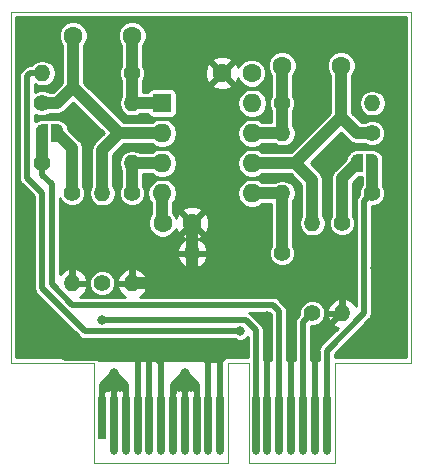
<source format=gbr>
%TF.GenerationSoftware,KiCad,Pcbnew,5.0.2-bee76a0~70~ubuntu16.04.1*%
%TF.CreationDate,2019-06-19T10:20:04+02:00*%
%TF.ProjectId,mixerin_output,6d697865-7269-46e5-9f6f-75747075742e,rev?*%
%TF.SameCoordinates,Original*%
%TF.FileFunction,Copper,L2,Bot*%
%TF.FilePolarity,Positive*%
%FSLAX46Y46*%
G04 Gerber Fmt 4.6, Leading zero omitted, Abs format (unit mm)*
G04 Created by KiCad (PCBNEW 5.0.2-bee76a0~70~ubuntu16.04.1) date Mi 19 Jun 2019 10:20:04 CEST*
%MOMM*%
%LPD*%
G01*
G04 APERTURE LIST*
%ADD10C,0.100000*%
%ADD11R,1.600000X1.600000*%
%ADD12O,1.600000X1.600000*%
%ADD13O,0.650000X0.650000*%
%ADD14R,0.650000X4.600000*%
%ADD15R,0.650000X3.600000*%
%ADD16C,1.400000*%
%ADD17O,1.400000X1.400000*%
%ADD18C,1.600000*%
%ADD19C,0.500000*%
%ADD20C,0.800000*%
%ADD21C,0.500000*%
%ADD22C,1.000000*%
%ADD23C,0.254000*%
G04 APERTURE END LIST*
D10*
X108915200Y-69850000D02*
X116230400Y-69850000D01*
X108915200Y-61350000D02*
X108915200Y-69850000D01*
X107137200Y-61350000D02*
X108915200Y-61350000D01*
X107137200Y-69850000D02*
X107137200Y-61350000D01*
X122682000Y-31623000D02*
X122682000Y-61350000D01*
X88773000Y-31623000D02*
X122682000Y-31623000D01*
X88773000Y-61350000D02*
X88773000Y-31623000D01*
X95808800Y-61350000D02*
X88773000Y-61350000D01*
X95808800Y-69850000D02*
X95808800Y-61350000D01*
X107111800Y-69850000D02*
X95808800Y-69850000D01*
X116230400Y-61350000D02*
X116230400Y-69850000D01*
X122682000Y-61350000D02*
X116230400Y-61350000D01*
D11*
X101600000Y-39370000D03*
D12*
X109220000Y-46990000D03*
X101600000Y-41910000D03*
X109220000Y-44450000D03*
X101600000Y-44450000D03*
X109220000Y-41910000D03*
X101600000Y-46990000D03*
X109220000Y-39370000D03*
D13*
X97520000Y-68840000D03*
X115520000Y-68840000D03*
X114520000Y-68840000D03*
X109520000Y-68840000D03*
X106520000Y-68840000D03*
X113520000Y-68840000D03*
X110520000Y-68840000D03*
X98520000Y-68840000D03*
X112520000Y-68840000D03*
X111520000Y-68840000D03*
X105520000Y-68840000D03*
X104520000Y-68840000D03*
X103520000Y-68840000D03*
X102520000Y-68840000D03*
X101520000Y-68840000D03*
X100520000Y-68840000D03*
X99520000Y-68840000D03*
D14*
X110520000Y-66540000D03*
X109520000Y-66540000D03*
X115520000Y-66540000D03*
X114520000Y-66540000D03*
X113520000Y-66540000D03*
X112520000Y-66540000D03*
X111520000Y-66540000D03*
X106520000Y-66540000D03*
X105520000Y-66540000D03*
X104520000Y-66540000D03*
X103520000Y-66540000D03*
X102520000Y-66540000D03*
X101520000Y-66540000D03*
X100520000Y-66540000D03*
X99520000Y-66540000D03*
X98520000Y-66540000D03*
X97520000Y-66540000D03*
D15*
X96520000Y-66040000D03*
D16*
X96520000Y-54610000D03*
D17*
X96520000Y-46990000D03*
X99060000Y-44450000D03*
D16*
X91440000Y-44450000D03*
D17*
X93980000Y-54610000D03*
D16*
X93980000Y-46990000D03*
X99060000Y-46990000D03*
D17*
X99060000Y-54610000D03*
D16*
X119380000Y-41910000D03*
D17*
X111760000Y-41910000D03*
D16*
X114300000Y-57150000D03*
D17*
X114300000Y-49530000D03*
X111760000Y-46990000D03*
D16*
X119380000Y-46990000D03*
D17*
X116840000Y-57150000D03*
D16*
X116840000Y-49530000D03*
X111760000Y-52070000D03*
D17*
X104140000Y-52070000D03*
D16*
X91440000Y-39370000D03*
D17*
X99060000Y-39370000D03*
D18*
X109180000Y-36830000D03*
X106680000Y-36830000D03*
X101640000Y-49530000D03*
X104140000Y-49530000D03*
X99060000Y-33655000D03*
X94060000Y-33655000D03*
X116760000Y-36195000D03*
X111760000Y-36195000D03*
D17*
X91440000Y-36830000D03*
D16*
X99060000Y-36830000D03*
X111760000Y-39370000D03*
D17*
X119380000Y-39370000D03*
D19*
X92725000Y-41910000D03*
D10*
G36*
X92725000Y-41160602D02*
X92749534Y-41160602D01*
X92798365Y-41165412D01*
X92846490Y-41174984D01*
X92893445Y-41189228D01*
X92938778Y-41208005D01*
X92982051Y-41231136D01*
X93022850Y-41258396D01*
X93060779Y-41289524D01*
X93095476Y-41324221D01*
X93126604Y-41362150D01*
X93153864Y-41402949D01*
X93176995Y-41446222D01*
X93195772Y-41491555D01*
X93210016Y-41538510D01*
X93219588Y-41586635D01*
X93224398Y-41635466D01*
X93224398Y-41660000D01*
X93225000Y-41660000D01*
X93225000Y-42160000D01*
X93224398Y-42160000D01*
X93224398Y-42184534D01*
X93219588Y-42233365D01*
X93210016Y-42281490D01*
X93195772Y-42328445D01*
X93176995Y-42373778D01*
X93153864Y-42417051D01*
X93126604Y-42457850D01*
X93095476Y-42495779D01*
X93060779Y-42530476D01*
X93022850Y-42561604D01*
X92982051Y-42588864D01*
X92938778Y-42611995D01*
X92893445Y-42630772D01*
X92846490Y-42645016D01*
X92798365Y-42654588D01*
X92749534Y-42659398D01*
X92725000Y-42659398D01*
X92725000Y-42660000D01*
X92225000Y-42660000D01*
X92225000Y-41160000D01*
X92725000Y-41160000D01*
X92725000Y-41160602D01*
X92725000Y-41160602D01*
G37*
D19*
X91425000Y-41910000D03*
D10*
G36*
X91925000Y-42660000D02*
X91425000Y-42660000D01*
X91425000Y-42659398D01*
X91400466Y-42659398D01*
X91351635Y-42654588D01*
X91303510Y-42645016D01*
X91256555Y-42630772D01*
X91211222Y-42611995D01*
X91167949Y-42588864D01*
X91127150Y-42561604D01*
X91089221Y-42530476D01*
X91054524Y-42495779D01*
X91023396Y-42457850D01*
X90996136Y-42417051D01*
X90973005Y-42373778D01*
X90954228Y-42328445D01*
X90939984Y-42281490D01*
X90930412Y-42233365D01*
X90925602Y-42184534D01*
X90925602Y-42160000D01*
X90925000Y-42160000D01*
X90925000Y-41660000D01*
X90925602Y-41660000D01*
X90925602Y-41635466D01*
X90930412Y-41586635D01*
X90939984Y-41538510D01*
X90954228Y-41491555D01*
X90973005Y-41446222D01*
X90996136Y-41402949D01*
X91023396Y-41362150D01*
X91054524Y-41324221D01*
X91089221Y-41289524D01*
X91127150Y-41258396D01*
X91167949Y-41231136D01*
X91211222Y-41208005D01*
X91256555Y-41189228D01*
X91303510Y-41174984D01*
X91351635Y-41165412D01*
X91400466Y-41160602D01*
X91425000Y-41160602D01*
X91425000Y-41160000D01*
X91925000Y-41160000D01*
X91925000Y-42660000D01*
X91925000Y-42660000D01*
G37*
D19*
X119395000Y-44450000D03*
D10*
G36*
X118895000Y-43700000D02*
X119395000Y-43700000D01*
X119395000Y-43700602D01*
X119419534Y-43700602D01*
X119468365Y-43705412D01*
X119516490Y-43714984D01*
X119563445Y-43729228D01*
X119608778Y-43748005D01*
X119652051Y-43771136D01*
X119692850Y-43798396D01*
X119730779Y-43829524D01*
X119765476Y-43864221D01*
X119796604Y-43902150D01*
X119823864Y-43942949D01*
X119846995Y-43986222D01*
X119865772Y-44031555D01*
X119880016Y-44078510D01*
X119889588Y-44126635D01*
X119894398Y-44175466D01*
X119894398Y-44200000D01*
X119895000Y-44200000D01*
X119895000Y-44700000D01*
X119894398Y-44700000D01*
X119894398Y-44724534D01*
X119889588Y-44773365D01*
X119880016Y-44821490D01*
X119865772Y-44868445D01*
X119846995Y-44913778D01*
X119823864Y-44957051D01*
X119796604Y-44997850D01*
X119765476Y-45035779D01*
X119730779Y-45070476D01*
X119692850Y-45101604D01*
X119652051Y-45128864D01*
X119608778Y-45151995D01*
X119563445Y-45170772D01*
X119516490Y-45185016D01*
X119468365Y-45194588D01*
X119419534Y-45199398D01*
X119395000Y-45199398D01*
X119395000Y-45200000D01*
X118895000Y-45200000D01*
X118895000Y-43700000D01*
X118895000Y-43700000D01*
G37*
D19*
X118095000Y-44450000D03*
D10*
G36*
X118095000Y-45199398D02*
X118070466Y-45199398D01*
X118021635Y-45194588D01*
X117973510Y-45185016D01*
X117926555Y-45170772D01*
X117881222Y-45151995D01*
X117837949Y-45128864D01*
X117797150Y-45101604D01*
X117759221Y-45070476D01*
X117724524Y-45035779D01*
X117693396Y-44997850D01*
X117666136Y-44957051D01*
X117643005Y-44913778D01*
X117624228Y-44868445D01*
X117609984Y-44821490D01*
X117600412Y-44773365D01*
X117595602Y-44724534D01*
X117595602Y-44700000D01*
X117595000Y-44700000D01*
X117595000Y-44200000D01*
X117595602Y-44200000D01*
X117595602Y-44175466D01*
X117600412Y-44126635D01*
X117609984Y-44078510D01*
X117624228Y-44031555D01*
X117643005Y-43986222D01*
X117666136Y-43942949D01*
X117693396Y-43902150D01*
X117724524Y-43864221D01*
X117759221Y-43829524D01*
X117797150Y-43798396D01*
X117837949Y-43771136D01*
X117881222Y-43748005D01*
X117926555Y-43729228D01*
X117973510Y-43714984D01*
X118021635Y-43705412D01*
X118070466Y-43700602D01*
X118095000Y-43700602D01*
X118095000Y-43700000D01*
X118595000Y-43700000D01*
X118595000Y-45200000D01*
X118095000Y-45200000D01*
X118095000Y-45199398D01*
X118095000Y-45199398D01*
G37*
D20*
X103505000Y-62230000D03*
X105410000Y-54610000D03*
X110490000Y-54610000D03*
X100838000Y-54610000D03*
X100520500Y-60960000D03*
X91440000Y-58928000D03*
X97790000Y-52070000D03*
X110520000Y-57404000D03*
X121530011Y-36830000D03*
X120650000Y-33020000D03*
X107950000Y-33020000D03*
X104140000Y-39370000D03*
X90170000Y-49530000D03*
X93980000Y-49530000D03*
X120121060Y-57117444D03*
X119660051Y-53340000D03*
X105520000Y-61104000D03*
X97520000Y-62230000D03*
X96520000Y-57724000D03*
X108204000Y-58674000D03*
D21*
X103520000Y-62245000D02*
X103505000Y-62230000D01*
X103505000Y-66525000D02*
X103520000Y-66540000D01*
X103505000Y-62230000D02*
X103505000Y-66525000D01*
X102520000Y-63215000D02*
X103505000Y-62230000D01*
X102520000Y-66540000D02*
X102520000Y-63215000D01*
X104520000Y-63245000D02*
X103505000Y-62230000D01*
X104520000Y-66540000D02*
X104520000Y-63245000D01*
D22*
X104100000Y-49530000D02*
X104100000Y-53380000D01*
X104100000Y-53380000D02*
X102870000Y-54610000D01*
X100330000Y-54610000D02*
X99060000Y-54610000D01*
D21*
X93980000Y-54610000D02*
X93980000Y-53340000D01*
X95250000Y-52070000D02*
X97790000Y-52070000D01*
X93980000Y-53340000D02*
X95250000Y-52070000D01*
X99060000Y-53340000D02*
X99060000Y-54610000D01*
X97790000Y-52070000D02*
X99060000Y-53340000D01*
X116840000Y-57150000D02*
X116840000Y-55880000D01*
X116840000Y-55880000D02*
X115570000Y-54610000D01*
D22*
X102870000Y-54610000D02*
X101600000Y-54610000D01*
D21*
X100520000Y-63740000D02*
X100520500Y-63739500D01*
X100520000Y-66540000D02*
X100520000Y-63740000D01*
X100520500Y-63739500D02*
X100520500Y-62293500D01*
D22*
X100330000Y-54610000D02*
X100838000Y-54610000D01*
X101600000Y-54610000D02*
X100838000Y-54610000D01*
D21*
X100520500Y-60960000D02*
X93980000Y-60960000D01*
X104180000Y-53380000D02*
X104100000Y-53380000D01*
D22*
X105410000Y-54610000D02*
X104180000Y-53380000D01*
D21*
X112520000Y-54735000D02*
X112395000Y-54610000D01*
X112520000Y-66540000D02*
X112520000Y-54735000D01*
X112395000Y-54610000D02*
X110490000Y-54610000D01*
X115570000Y-54610000D02*
X112395000Y-54610000D01*
X105520000Y-66540000D02*
X105520000Y-62882000D01*
X90170000Y-50095685D02*
X90170000Y-49530000D01*
X93414315Y-60960000D02*
X90170000Y-57715685D01*
X90170000Y-57715685D02*
X90170000Y-50095685D01*
X93980000Y-60960000D02*
X93414315Y-60960000D01*
X93980000Y-50800000D02*
X95250000Y-52070000D01*
X93980000Y-49530000D02*
X93980000Y-50800000D01*
X114520000Y-59470000D02*
X116840000Y-57150000D01*
X114520000Y-66540000D02*
X114520000Y-59470000D01*
X120121060Y-53801009D02*
X119660051Y-53340000D01*
X120121060Y-57117444D02*
X120121060Y-53801009D01*
X105520000Y-62882000D02*
X105520000Y-61104000D01*
X106316000Y-61104000D02*
X105520000Y-61104000D01*
X106520000Y-61308000D02*
X106316000Y-61104000D01*
X106520000Y-66540000D02*
X106520000Y-61308000D01*
X100520500Y-62293500D02*
X100520500Y-60960000D01*
X101092000Y-60960000D02*
X100520500Y-60960000D01*
X101520000Y-61388000D02*
X101092000Y-60960000D01*
X101520000Y-66540000D02*
X101520000Y-61388000D01*
X99520000Y-61008000D02*
X99568000Y-60960000D01*
X99520000Y-66540000D02*
X99520000Y-61008000D01*
X110520000Y-66540000D02*
X110520000Y-57404000D01*
D22*
X101600000Y-46990000D02*
X101600000Y-49530000D01*
D21*
X97520000Y-62230000D02*
X97520000Y-66540000D01*
X96520000Y-63230000D02*
X97520000Y-62230000D01*
X96520000Y-66040000D02*
X96520000Y-63230000D01*
X98520000Y-63230000D02*
X97520000Y-62230000D01*
X98520000Y-66540000D02*
X98520000Y-63230000D01*
D22*
X101600000Y-44450000D02*
X99060000Y-44450000D01*
X99060000Y-44450000D02*
X99060000Y-46990000D01*
X111760000Y-46990000D02*
X109220000Y-46990000D01*
X111760000Y-46990000D02*
X111760000Y-52070000D01*
X119410000Y-46960000D02*
X119380000Y-46990000D01*
X119410000Y-44450000D02*
X119410000Y-46960000D01*
D21*
X118680001Y-47689999D02*
X119380000Y-46990000D01*
X118680001Y-57160001D02*
X118680001Y-47689999D01*
X115520000Y-60320002D02*
X118680001Y-57160001D01*
X115520000Y-66540000D02*
X115520000Y-60320002D01*
D22*
X91410000Y-44420000D02*
X91440000Y-44450000D01*
X91410000Y-41910000D02*
X91410000Y-44420000D01*
D21*
X92240010Y-46239959D02*
X91440000Y-45439949D01*
X92240010Y-54720012D02*
X92240010Y-46239959D01*
X111520000Y-66540000D02*
X111520000Y-56997998D01*
X93973997Y-56453999D02*
X92240010Y-54720012D01*
X111520000Y-56997998D02*
X110976001Y-56453999D01*
X91440000Y-45439949D02*
X91440000Y-44450000D01*
X110976001Y-56453999D02*
X93973997Y-56453999D01*
X113520000Y-57930000D02*
X113520000Y-66540000D01*
X114300000Y-57150000D02*
X113520000Y-57930000D01*
X96520000Y-57873990D02*
X96520000Y-57724000D01*
X109520000Y-63740000D02*
X109520000Y-66540000D01*
X109520000Y-58583998D02*
X109520000Y-63740000D01*
X108660002Y-57724000D02*
X109520000Y-58583998D01*
X96520000Y-57724000D02*
X108660002Y-57724000D01*
X90450051Y-36830000D02*
X90170000Y-37110051D01*
X90170000Y-37110051D02*
X90170000Y-45720000D01*
X91440000Y-36830000D02*
X90450051Y-36830000D01*
X90170000Y-45720000D02*
X91440000Y-46990000D01*
X91440000Y-55051386D02*
X91440000Y-46990000D01*
X95062614Y-58674000D02*
X91440000Y-55051386D01*
X108204000Y-58674000D02*
X95062614Y-58674000D01*
D22*
X92710000Y-41910000D02*
X93980000Y-43180000D01*
X93980000Y-46990000D02*
X93980000Y-43180000D01*
X118110000Y-44450000D02*
X116840000Y-45720000D01*
X116840000Y-45720000D02*
X116840000Y-49530000D01*
X99060000Y-33655000D02*
X99060000Y-36830000D01*
X99060000Y-36830000D02*
X99060000Y-39370000D01*
X99060000Y-39370000D02*
X101600000Y-39370000D01*
X94060000Y-38020000D02*
X94060000Y-33655000D01*
X92710000Y-39370000D02*
X94060000Y-38020000D01*
X91440000Y-39370000D02*
X92710000Y-39370000D01*
X97950000Y-41910000D02*
X101600000Y-41910000D01*
X94060000Y-38020000D02*
X97950000Y-41910000D01*
X96520000Y-43340000D02*
X97950000Y-41910000D01*
X96520000Y-46990000D02*
X96520000Y-43340000D01*
X116760000Y-40560000D02*
X116760000Y-36195000D01*
X119380000Y-41910000D02*
X118110000Y-41910000D01*
X118110000Y-41910000D02*
X116760000Y-40560000D01*
X109220000Y-44450000D02*
X112870000Y-44450000D01*
X113030000Y-44290000D02*
X116760000Y-40560000D01*
X112870000Y-44450000D02*
X113030000Y-44290000D01*
X114300000Y-45880000D02*
X112870000Y-44450000D01*
X114300000Y-49530000D02*
X114300000Y-45880000D01*
X111760000Y-36195000D02*
X111760000Y-39370000D01*
X111760000Y-39370000D02*
X111760000Y-41910000D01*
X111760000Y-41910000D02*
X109220000Y-41910000D01*
D23*
G36*
X110843001Y-57278421D02*
X110843001Y-61087000D01*
X110197000Y-61087000D01*
X110197000Y-58650674D01*
X110210263Y-58583998D01*
X110195444Y-58509499D01*
X110157720Y-58319846D01*
X110008089Y-58095908D01*
X109951562Y-58058138D01*
X109185866Y-57292443D01*
X109148092Y-57235910D01*
X108991081Y-57130999D01*
X110695580Y-57130999D01*
X110843001Y-57278421D01*
X110843001Y-57278421D01*
G37*
X110843001Y-57278421D02*
X110843001Y-61087000D01*
X110197000Y-61087000D01*
X110197000Y-58650674D01*
X110210263Y-58583998D01*
X110195444Y-58509499D01*
X110157720Y-58319846D01*
X110008089Y-58095908D01*
X109951562Y-58058138D01*
X109185866Y-57292443D01*
X109148092Y-57235910D01*
X108991081Y-57130999D01*
X110695580Y-57130999D01*
X110843001Y-57278421D01*
G36*
X122205001Y-60873000D02*
X116277375Y-60873000D01*
X116230400Y-60863656D01*
X116197000Y-60870300D01*
X116197000Y-60600423D01*
X119111566Y-57685859D01*
X119168090Y-57648091D01*
X119227286Y-57559499D01*
X119278179Y-57483331D01*
X119317721Y-57424153D01*
X119357001Y-57226679D01*
X119357001Y-57226678D01*
X119370264Y-57160002D01*
X119357001Y-57093325D01*
X119357001Y-48117000D01*
X119604174Y-48117000D01*
X120018394Y-47945424D01*
X120335424Y-47628394D01*
X120507000Y-47214174D01*
X120507000Y-46765826D01*
X120337000Y-46355411D01*
X120337000Y-44358698D01*
X120330365Y-44325342D01*
X120330365Y-44200000D01*
X120327957Y-44187894D01*
X120327957Y-44150991D01*
X120319592Y-44066056D01*
X120300470Y-43969923D01*
X120275696Y-43888253D01*
X120238187Y-43797697D01*
X120197954Y-43722426D01*
X120143498Y-43640927D01*
X120089355Y-43574953D01*
X120020047Y-43505645D01*
X119954073Y-43451502D01*
X119872574Y-43397046D01*
X119797303Y-43356813D01*
X119706747Y-43319304D01*
X119625077Y-43294530D01*
X119528944Y-43275408D01*
X119444009Y-43267043D01*
X119407106Y-43267043D01*
X119395000Y-43264635D01*
X118895000Y-43264635D01*
X118745000Y-43294472D01*
X118595000Y-43264635D01*
X118095000Y-43264635D01*
X118082894Y-43267043D01*
X118045991Y-43267043D01*
X117961056Y-43275408D01*
X117864923Y-43294530D01*
X117783253Y-43319304D01*
X117692697Y-43356813D01*
X117617426Y-43397046D01*
X117535927Y-43451502D01*
X117469953Y-43505645D01*
X117400645Y-43574953D01*
X117346502Y-43640927D01*
X117292046Y-43722426D01*
X117251813Y-43797697D01*
X117214304Y-43888253D01*
X117189530Y-43969923D01*
X117170408Y-44066056D01*
X117169036Y-44079988D01*
X116249075Y-44999950D01*
X116171670Y-45051670D01*
X115966785Y-45358304D01*
X115913817Y-45624592D01*
X115894839Y-45720000D01*
X115913000Y-45811300D01*
X115913001Y-48863181D01*
X115884576Y-48891606D01*
X115713000Y-49305826D01*
X115713000Y-49754174D01*
X115884576Y-50168394D01*
X116201606Y-50485424D01*
X116615826Y-50657000D01*
X117064174Y-50657000D01*
X117478394Y-50485424D01*
X117795424Y-50168394D01*
X117967000Y-49754174D01*
X117967000Y-49305826D01*
X117795424Y-48891606D01*
X117767000Y-48863182D01*
X117767000Y-46103975D01*
X118235611Y-45635365D01*
X118483000Y-45635365D01*
X118483001Y-46293181D01*
X118424576Y-46351606D01*
X118253000Y-46765826D01*
X118253000Y-47159579D01*
X118248442Y-47164137D01*
X118191912Y-47201909D01*
X118045144Y-47421563D01*
X118042282Y-47425847D01*
X117989738Y-47689999D01*
X118003002Y-47756680D01*
X118003001Y-56547224D01*
X117906764Y-56347337D01*
X117518396Y-56000203D01*
X117173329Y-55857284D01*
X116967000Y-55980626D01*
X116967000Y-57023000D01*
X116987000Y-57023000D01*
X116987000Y-57277000D01*
X116967000Y-57277000D01*
X116967000Y-57297000D01*
X116713000Y-57297000D01*
X116713000Y-57277000D01*
X115669794Y-57277000D01*
X115547273Y-57483331D01*
X115773236Y-57952663D01*
X116161604Y-58299797D01*
X116459430Y-58423150D01*
X115088441Y-59794140D01*
X115031911Y-59831912D01*
X114882281Y-60055850D01*
X114829737Y-60320002D01*
X114843001Y-60386683D01*
X114843001Y-61087000D01*
X114197000Y-61087000D01*
X114197000Y-58277000D01*
X114524174Y-58277000D01*
X114938394Y-58105424D01*
X115255424Y-57788394D01*
X115427000Y-57374174D01*
X115427000Y-56925826D01*
X115381786Y-56816669D01*
X115547273Y-56816669D01*
X115669794Y-57023000D01*
X116713000Y-57023000D01*
X116713000Y-55980626D01*
X116506671Y-55857284D01*
X116161604Y-56000203D01*
X115773236Y-56347337D01*
X115547273Y-56816669D01*
X115381786Y-56816669D01*
X115255424Y-56511606D01*
X114938394Y-56194576D01*
X114524174Y-56023000D01*
X114075826Y-56023000D01*
X113661606Y-56194576D01*
X113344576Y-56511606D01*
X113173000Y-56925826D01*
X113173000Y-57319579D01*
X113088440Y-57404139D01*
X113031910Y-57441911D01*
X112882280Y-57665849D01*
X112856049Y-57797721D01*
X112829737Y-57930000D01*
X112843000Y-57996677D01*
X112843000Y-61087000D01*
X112197000Y-61087000D01*
X112197000Y-57064674D01*
X112210263Y-56997998D01*
X112187898Y-56885561D01*
X112157720Y-56733846D01*
X112008090Y-56509908D01*
X111951560Y-56472136D01*
X111501865Y-56022442D01*
X111464091Y-55965909D01*
X111240153Y-55816279D01*
X111042679Y-55776999D01*
X111042677Y-55776999D01*
X110976001Y-55763736D01*
X110909325Y-55776999D01*
X99696863Y-55776999D01*
X99738396Y-55759797D01*
X100126764Y-55412663D01*
X100352727Y-54943331D01*
X100230206Y-54737000D01*
X99187000Y-54737000D01*
X99187000Y-54757000D01*
X98933000Y-54757000D01*
X98933000Y-54737000D01*
X97889794Y-54737000D01*
X97767273Y-54943331D01*
X97993236Y-55412663D01*
X98381604Y-55759797D01*
X98423137Y-55776999D01*
X94616863Y-55776999D01*
X94658396Y-55759797D01*
X95046764Y-55412663D01*
X95272727Y-54943331D01*
X95150206Y-54737000D01*
X94107000Y-54737000D01*
X94107000Y-54757000D01*
X93853000Y-54757000D01*
X93853000Y-54737000D01*
X93833000Y-54737000D01*
X93833000Y-54483000D01*
X93853000Y-54483000D01*
X93853000Y-53440626D01*
X94107000Y-53440626D01*
X94107000Y-54483000D01*
X95150206Y-54483000D01*
X95207908Y-54385826D01*
X95393000Y-54385826D01*
X95393000Y-54834174D01*
X95564576Y-55248394D01*
X95881606Y-55565424D01*
X96295826Y-55737000D01*
X96744174Y-55737000D01*
X97158394Y-55565424D01*
X97475424Y-55248394D01*
X97647000Y-54834174D01*
X97647000Y-54385826D01*
X97601786Y-54276669D01*
X97767273Y-54276669D01*
X97889794Y-54483000D01*
X98933000Y-54483000D01*
X98933000Y-53440626D01*
X99187000Y-53440626D01*
X99187000Y-54483000D01*
X100230206Y-54483000D01*
X100352727Y-54276669D01*
X100126764Y-53807337D01*
X99738396Y-53460203D01*
X99393329Y-53317284D01*
X99187000Y-53440626D01*
X98933000Y-53440626D01*
X98726671Y-53317284D01*
X98381604Y-53460203D01*
X97993236Y-53807337D01*
X97767273Y-54276669D01*
X97601786Y-54276669D01*
X97475424Y-53971606D01*
X97158394Y-53654576D01*
X96744174Y-53483000D01*
X96295826Y-53483000D01*
X95881606Y-53654576D01*
X95564576Y-53971606D01*
X95393000Y-54385826D01*
X95207908Y-54385826D01*
X95272727Y-54276669D01*
X95046764Y-53807337D01*
X94658396Y-53460203D01*
X94313329Y-53317284D01*
X94107000Y-53440626D01*
X93853000Y-53440626D01*
X93646671Y-53317284D01*
X93301604Y-53460203D01*
X92917010Y-53803964D01*
X92917010Y-52403329D01*
X102847284Y-52403329D01*
X102990203Y-52748396D01*
X103337337Y-53136764D01*
X103806669Y-53362727D01*
X104013000Y-53240206D01*
X104013000Y-52197000D01*
X104267000Y-52197000D01*
X104267000Y-53240206D01*
X104473331Y-53362727D01*
X104942663Y-53136764D01*
X105289797Y-52748396D01*
X105432716Y-52403329D01*
X105309374Y-52197000D01*
X104267000Y-52197000D01*
X104013000Y-52197000D01*
X102970626Y-52197000D01*
X102847284Y-52403329D01*
X92917010Y-52403329D01*
X92917010Y-51736671D01*
X102847284Y-51736671D01*
X102970626Y-51943000D01*
X104013000Y-51943000D01*
X104013000Y-51923000D01*
X104267000Y-51923000D01*
X104267000Y-51943000D01*
X105309374Y-51943000D01*
X105432716Y-51736671D01*
X105289797Y-51391604D01*
X104942663Y-51003236D01*
X104675236Y-50874481D01*
X104894005Y-50783864D01*
X104968139Y-50537745D01*
X104140000Y-49709605D01*
X103311861Y-50537745D01*
X103385995Y-50783864D01*
X103619015Y-50867620D01*
X103337337Y-51003236D01*
X102990203Y-51391604D01*
X102847284Y-51736671D01*
X92917010Y-51736671D01*
X92917010Y-47368707D01*
X93024576Y-47628394D01*
X93341606Y-47945424D01*
X93755826Y-48117000D01*
X94204174Y-48117000D01*
X94618394Y-47945424D01*
X94935424Y-47628394D01*
X95107000Y-47214174D01*
X95107000Y-46765826D01*
X94935424Y-46351606D01*
X94907000Y-46323182D01*
X94907000Y-43271300D01*
X94925161Y-43179999D01*
X94897452Y-43040696D01*
X94853215Y-42818303D01*
X94829770Y-42783214D01*
X94700048Y-42589072D01*
X94648330Y-42511670D01*
X94570927Y-42459951D01*
X93650964Y-41539989D01*
X93649592Y-41526056D01*
X93630470Y-41429923D01*
X93605696Y-41348253D01*
X93568187Y-41257697D01*
X93527954Y-41182426D01*
X93473498Y-41100927D01*
X93419355Y-41034953D01*
X93350047Y-40965645D01*
X93284073Y-40911502D01*
X93202574Y-40857046D01*
X93127303Y-40816813D01*
X93036747Y-40779304D01*
X92955077Y-40754530D01*
X92858944Y-40735408D01*
X92774009Y-40727043D01*
X92737106Y-40727043D01*
X92725000Y-40724635D01*
X92225000Y-40724635D01*
X92075000Y-40754472D01*
X91925000Y-40724635D01*
X91425000Y-40724635D01*
X91412894Y-40727043D01*
X91375991Y-40727043D01*
X91291056Y-40735408D01*
X91194923Y-40754530D01*
X91113253Y-40779304D01*
X91022697Y-40816813D01*
X90947426Y-40857046D01*
X90865927Y-40911502D01*
X90847000Y-40927035D01*
X90847000Y-40344227D01*
X91215826Y-40497000D01*
X91664174Y-40497000D01*
X92078394Y-40325424D01*
X92106818Y-40297000D01*
X92618700Y-40297000D01*
X92710000Y-40315161D01*
X92801300Y-40297000D01*
X92801302Y-40297000D01*
X93071697Y-40243215D01*
X93378330Y-40038330D01*
X93430050Y-39960925D01*
X94060000Y-39330975D01*
X96639024Y-41910000D01*
X95929073Y-42619952D01*
X95851671Y-42671670D01*
X95799952Y-42749073D01*
X95646786Y-42978303D01*
X95574839Y-43340000D01*
X95593001Y-43431305D01*
X95593000Y-46348807D01*
X95458389Y-46550267D01*
X95370921Y-46990000D01*
X95458389Y-47429733D01*
X95707478Y-47802522D01*
X96080267Y-48051611D01*
X96409001Y-48117000D01*
X96630999Y-48117000D01*
X96959733Y-48051611D01*
X97332522Y-47802522D01*
X97581611Y-47429733D01*
X97669079Y-46990000D01*
X97581611Y-46550267D01*
X97447000Y-46348807D01*
X97447000Y-44450000D01*
X97910921Y-44450000D01*
X97998389Y-44889733D01*
X98133000Y-45091194D01*
X98133001Y-46323181D01*
X98104576Y-46351606D01*
X97933000Y-46765826D01*
X97933000Y-47214174D01*
X98104576Y-47628394D01*
X98421606Y-47945424D01*
X98835826Y-48117000D01*
X99284174Y-48117000D01*
X99698394Y-47945424D01*
X100015424Y-47628394D01*
X100187000Y-47214174D01*
X100187000Y-46990000D01*
X100348962Y-46990000D01*
X100444192Y-47468752D01*
X100673000Y-47811187D01*
X100673001Y-48761760D01*
X100599800Y-48834961D01*
X100413000Y-49285935D01*
X100413000Y-49774065D01*
X100599800Y-50225039D01*
X100944961Y-50570200D01*
X101395935Y-50757000D01*
X101884065Y-50757000D01*
X102335039Y-50570200D01*
X102680200Y-50225039D01*
X102770956Y-50005936D01*
X102886136Y-50284005D01*
X103132255Y-50358139D01*
X103960395Y-49530000D01*
X104319605Y-49530000D01*
X105147745Y-50358139D01*
X105393864Y-50284005D01*
X105586965Y-49746777D01*
X105559778Y-49176546D01*
X105393864Y-48775995D01*
X105147745Y-48701861D01*
X104319605Y-49530000D01*
X103960395Y-49530000D01*
X103132255Y-48701861D01*
X102886136Y-48775995D01*
X102779111Y-49073752D01*
X102680200Y-48834961D01*
X102527000Y-48681761D01*
X102527000Y-48522255D01*
X103311861Y-48522255D01*
X104140000Y-49350395D01*
X104968139Y-48522255D01*
X104894005Y-48276136D01*
X104356777Y-48083035D01*
X103786546Y-48110222D01*
X103385995Y-48276136D01*
X103311861Y-48522255D01*
X102527000Y-48522255D01*
X102527000Y-47811187D01*
X102755808Y-47468752D01*
X102851038Y-46990000D01*
X107968962Y-46990000D01*
X108064192Y-47468752D01*
X108335383Y-47874617D01*
X108741248Y-48145808D01*
X109099153Y-48217000D01*
X109340847Y-48217000D01*
X109698752Y-48145808D01*
X110041187Y-47917000D01*
X110833000Y-47917000D01*
X110833001Y-51403181D01*
X110804576Y-51431606D01*
X110633000Y-51845826D01*
X110633000Y-52294174D01*
X110804576Y-52708394D01*
X111121606Y-53025424D01*
X111535826Y-53197000D01*
X111984174Y-53197000D01*
X112398394Y-53025424D01*
X112715424Y-52708394D01*
X112887000Y-52294174D01*
X112887000Y-51845826D01*
X112715424Y-51431606D01*
X112687000Y-51403182D01*
X112687000Y-47631193D01*
X112821611Y-47429733D01*
X112909079Y-46990000D01*
X112821611Y-46550267D01*
X112572522Y-46177478D01*
X112199733Y-45928389D01*
X111870999Y-45863000D01*
X111649001Y-45863000D01*
X111320267Y-45928389D01*
X111118807Y-46063000D01*
X110041187Y-46063000D01*
X109698752Y-45834192D01*
X109340847Y-45763000D01*
X109099153Y-45763000D01*
X108741248Y-45834192D01*
X108335383Y-46105383D01*
X108064192Y-46511248D01*
X107968962Y-46990000D01*
X102851038Y-46990000D01*
X102755808Y-46511248D01*
X102484617Y-46105383D01*
X102078752Y-45834192D01*
X101720847Y-45763000D01*
X101479153Y-45763000D01*
X101121248Y-45834192D01*
X100715383Y-46105383D01*
X100444192Y-46511248D01*
X100348962Y-46990000D01*
X100187000Y-46990000D01*
X100187000Y-46765826D01*
X100015424Y-46351606D01*
X99987000Y-46323182D01*
X99987000Y-45377000D01*
X100778813Y-45377000D01*
X101121248Y-45605808D01*
X101479153Y-45677000D01*
X101720847Y-45677000D01*
X102078752Y-45605808D01*
X102484617Y-45334617D01*
X102755808Y-44928752D01*
X102851038Y-44450000D01*
X107968962Y-44450000D01*
X108064192Y-44928752D01*
X108335383Y-45334617D01*
X108741248Y-45605808D01*
X109099153Y-45677000D01*
X109340847Y-45677000D01*
X109698752Y-45605808D01*
X110041187Y-45377000D01*
X112486025Y-45377000D01*
X113373001Y-46263977D01*
X113373000Y-48888807D01*
X113238389Y-49090267D01*
X113150921Y-49530000D01*
X113238389Y-49969733D01*
X113487478Y-50342522D01*
X113860267Y-50591611D01*
X114189001Y-50657000D01*
X114410999Y-50657000D01*
X114739733Y-50591611D01*
X115112522Y-50342522D01*
X115361611Y-49969733D01*
X115449079Y-49530000D01*
X115361611Y-49090267D01*
X115227000Y-48888807D01*
X115227000Y-45971300D01*
X115245161Y-45879999D01*
X115213335Y-45720000D01*
X115173215Y-45518303D01*
X115165414Y-45506627D01*
X115090396Y-45394355D01*
X114968330Y-45211670D01*
X114890927Y-45159951D01*
X114180975Y-44450000D01*
X116760000Y-41870976D01*
X117389951Y-42500927D01*
X117441670Y-42578330D01*
X117519072Y-42630048D01*
X117748301Y-42783214D01*
X117748302Y-42783214D01*
X117748303Y-42783215D01*
X118018698Y-42837000D01*
X118109999Y-42855161D01*
X118201300Y-42837000D01*
X118713182Y-42837000D01*
X118741606Y-42865424D01*
X119155826Y-43037000D01*
X119604174Y-43037000D01*
X120018394Y-42865424D01*
X120335424Y-42548394D01*
X120507000Y-42134174D01*
X120507000Y-41685826D01*
X120335424Y-41271606D01*
X120018394Y-40954576D01*
X119604174Y-40783000D01*
X119155826Y-40783000D01*
X118741606Y-40954576D01*
X118713182Y-40983000D01*
X118493976Y-40983000D01*
X117687000Y-40176025D01*
X117687000Y-39370000D01*
X118230921Y-39370000D01*
X118318389Y-39809733D01*
X118567478Y-40182522D01*
X118940267Y-40431611D01*
X119269001Y-40497000D01*
X119490999Y-40497000D01*
X119819733Y-40431611D01*
X120192522Y-40182522D01*
X120441611Y-39809733D01*
X120529079Y-39370000D01*
X120441611Y-38930267D01*
X120192522Y-38557478D01*
X119819733Y-38308389D01*
X119490999Y-38243000D01*
X119269001Y-38243000D01*
X118940267Y-38308389D01*
X118567478Y-38557478D01*
X118318389Y-38930267D01*
X118230921Y-39370000D01*
X117687000Y-39370000D01*
X117687000Y-37003239D01*
X117800200Y-36890039D01*
X117987000Y-36439065D01*
X117987000Y-35950935D01*
X117800200Y-35499961D01*
X117455039Y-35154800D01*
X117004065Y-34968000D01*
X116515935Y-34968000D01*
X116064961Y-35154800D01*
X115719800Y-35499961D01*
X115533000Y-35950935D01*
X115533000Y-36439065D01*
X115719800Y-36890039D01*
X115833001Y-37003240D01*
X115833000Y-40176024D01*
X112486025Y-43523000D01*
X110041187Y-43523000D01*
X109698752Y-43294192D01*
X109340847Y-43223000D01*
X109099153Y-43223000D01*
X108741248Y-43294192D01*
X108335383Y-43565383D01*
X108064192Y-43971248D01*
X107968962Y-44450000D01*
X102851038Y-44450000D01*
X102755808Y-43971248D01*
X102484617Y-43565383D01*
X102078752Y-43294192D01*
X101720847Y-43223000D01*
X101479153Y-43223000D01*
X101121248Y-43294192D01*
X100778813Y-43523000D01*
X99701193Y-43523000D01*
X99499733Y-43388389D01*
X99170999Y-43323000D01*
X98949001Y-43323000D01*
X98620267Y-43388389D01*
X98247478Y-43637478D01*
X97998389Y-44010267D01*
X97910921Y-44450000D01*
X97447000Y-44450000D01*
X97447000Y-43723975D01*
X98333976Y-42837000D01*
X100778813Y-42837000D01*
X101121248Y-43065808D01*
X101479153Y-43137000D01*
X101720847Y-43137000D01*
X102078752Y-43065808D01*
X102484617Y-42794617D01*
X102755808Y-42388752D01*
X102851038Y-41910000D01*
X107968962Y-41910000D01*
X108064192Y-42388752D01*
X108335383Y-42794617D01*
X108741248Y-43065808D01*
X109099153Y-43137000D01*
X109340847Y-43137000D01*
X109698752Y-43065808D01*
X110041187Y-42837000D01*
X111118807Y-42837000D01*
X111320267Y-42971611D01*
X111649001Y-43037000D01*
X111870999Y-43037000D01*
X112199733Y-42971611D01*
X112572522Y-42722522D01*
X112821611Y-42349733D01*
X112909079Y-41910000D01*
X112821611Y-41470267D01*
X112687000Y-41268807D01*
X112687000Y-40036818D01*
X112715424Y-40008394D01*
X112887000Y-39594174D01*
X112887000Y-39145826D01*
X112715424Y-38731606D01*
X112687000Y-38703182D01*
X112687000Y-37003239D01*
X112800200Y-36890039D01*
X112987000Y-36439065D01*
X112987000Y-35950935D01*
X112800200Y-35499961D01*
X112455039Y-35154800D01*
X112004065Y-34968000D01*
X111515935Y-34968000D01*
X111064961Y-35154800D01*
X110719800Y-35499961D01*
X110533000Y-35950935D01*
X110533000Y-36439065D01*
X110719800Y-36890039D01*
X110833000Y-37003239D01*
X110833001Y-38703181D01*
X110804576Y-38731606D01*
X110633000Y-39145826D01*
X110633000Y-39594174D01*
X110804576Y-40008394D01*
X110833000Y-40036818D01*
X110833001Y-40983000D01*
X110041187Y-40983000D01*
X109698752Y-40754192D01*
X109340847Y-40683000D01*
X109099153Y-40683000D01*
X108741248Y-40754192D01*
X108335383Y-41025383D01*
X108064192Y-41431248D01*
X107968962Y-41910000D01*
X102851038Y-41910000D01*
X102755808Y-41431248D01*
X102484617Y-41025383D01*
X102078752Y-40754192D01*
X101720847Y-40683000D01*
X101479153Y-40683000D01*
X101121248Y-40754192D01*
X100778813Y-40983000D01*
X98333976Y-40983000D01*
X94987000Y-37636025D01*
X94987000Y-34463239D01*
X95100200Y-34350039D01*
X95287000Y-33899065D01*
X95287000Y-33410935D01*
X97833000Y-33410935D01*
X97833000Y-33899065D01*
X98019800Y-34350039D01*
X98133000Y-34463239D01*
X98133001Y-36163181D01*
X98104576Y-36191606D01*
X97933000Y-36605826D01*
X97933000Y-37054174D01*
X98104576Y-37468394D01*
X98133000Y-37496818D01*
X98133001Y-38728806D01*
X97998389Y-38930267D01*
X97910921Y-39370000D01*
X97998389Y-39809733D01*
X98247478Y-40182522D01*
X98620267Y-40431611D01*
X98949001Y-40497000D01*
X99170999Y-40497000D01*
X99499733Y-40431611D01*
X99701193Y-40297000D01*
X100389897Y-40297000D01*
X100397775Y-40336607D01*
X100492150Y-40477850D01*
X100633393Y-40572225D01*
X100800000Y-40605365D01*
X102400000Y-40605365D01*
X102566607Y-40572225D01*
X102707850Y-40477850D01*
X102802225Y-40336607D01*
X102835365Y-40170000D01*
X102835365Y-39370000D01*
X107968962Y-39370000D01*
X108064192Y-39848752D01*
X108335383Y-40254617D01*
X108741248Y-40525808D01*
X109099153Y-40597000D01*
X109340847Y-40597000D01*
X109698752Y-40525808D01*
X110104617Y-40254617D01*
X110375808Y-39848752D01*
X110471038Y-39370000D01*
X110375808Y-38891248D01*
X110104617Y-38485383D01*
X109698752Y-38214192D01*
X109340847Y-38143000D01*
X109099153Y-38143000D01*
X108741248Y-38214192D01*
X108335383Y-38485383D01*
X108064192Y-38891248D01*
X107968962Y-39370000D01*
X102835365Y-39370000D01*
X102835365Y-38570000D01*
X102802225Y-38403393D01*
X102707850Y-38262150D01*
X102566607Y-38167775D01*
X102400000Y-38134635D01*
X100800000Y-38134635D01*
X100633393Y-38167775D01*
X100492150Y-38262150D01*
X100397775Y-38403393D01*
X100389897Y-38443000D01*
X99987000Y-38443000D01*
X99987000Y-37837745D01*
X105851861Y-37837745D01*
X105925995Y-38083864D01*
X106463223Y-38276965D01*
X107033454Y-38249778D01*
X107434005Y-38083864D01*
X107508139Y-37837745D01*
X106680000Y-37009605D01*
X105851861Y-37837745D01*
X99987000Y-37837745D01*
X99987000Y-37496818D01*
X100015424Y-37468394D01*
X100187000Y-37054174D01*
X100187000Y-36613223D01*
X105233035Y-36613223D01*
X105260222Y-37183454D01*
X105426136Y-37584005D01*
X105672255Y-37658139D01*
X106500395Y-36830000D01*
X106859605Y-36830000D01*
X107687745Y-37658139D01*
X107933864Y-37584005D01*
X108040889Y-37286248D01*
X108139800Y-37525039D01*
X108484961Y-37870200D01*
X108935935Y-38057000D01*
X109424065Y-38057000D01*
X109875039Y-37870200D01*
X110220200Y-37525039D01*
X110407000Y-37074065D01*
X110407000Y-36585935D01*
X110220200Y-36134961D01*
X109875039Y-35789800D01*
X109424065Y-35603000D01*
X108935935Y-35603000D01*
X108484961Y-35789800D01*
X108139800Y-36134961D01*
X108049044Y-36354064D01*
X107933864Y-36075995D01*
X107687745Y-36001861D01*
X106859605Y-36830000D01*
X106500395Y-36830000D01*
X105672255Y-36001861D01*
X105426136Y-36075995D01*
X105233035Y-36613223D01*
X100187000Y-36613223D01*
X100187000Y-36605826D01*
X100015424Y-36191606D01*
X99987000Y-36163182D01*
X99987000Y-35822255D01*
X105851861Y-35822255D01*
X106680000Y-36650395D01*
X107508139Y-35822255D01*
X107434005Y-35576136D01*
X106896777Y-35383035D01*
X106326546Y-35410222D01*
X105925995Y-35576136D01*
X105851861Y-35822255D01*
X99987000Y-35822255D01*
X99987000Y-34463239D01*
X100100200Y-34350039D01*
X100287000Y-33899065D01*
X100287000Y-33410935D01*
X100100200Y-32959961D01*
X99755039Y-32614800D01*
X99304065Y-32428000D01*
X98815935Y-32428000D01*
X98364961Y-32614800D01*
X98019800Y-32959961D01*
X97833000Y-33410935D01*
X95287000Y-33410935D01*
X95100200Y-32959961D01*
X94755039Y-32614800D01*
X94304065Y-32428000D01*
X93815935Y-32428000D01*
X93364961Y-32614800D01*
X93019800Y-32959961D01*
X92833000Y-33410935D01*
X92833000Y-33899065D01*
X93019800Y-34350039D01*
X93133001Y-34463240D01*
X93133000Y-37636024D01*
X92326025Y-38443000D01*
X92106818Y-38443000D01*
X92078394Y-38414576D01*
X91664174Y-38243000D01*
X91215826Y-38243000D01*
X90847000Y-38395773D01*
X90847000Y-37789202D01*
X91000267Y-37891611D01*
X91329001Y-37957000D01*
X91550999Y-37957000D01*
X91879733Y-37891611D01*
X92252522Y-37642522D01*
X92501611Y-37269733D01*
X92589079Y-36830000D01*
X92501611Y-36390267D01*
X92252522Y-36017478D01*
X91879733Y-35768389D01*
X91550999Y-35703000D01*
X91329001Y-35703000D01*
X91000267Y-35768389D01*
X90627478Y-36017478D01*
X90536925Y-36153000D01*
X90516727Y-36153000D01*
X90450051Y-36139737D01*
X90383374Y-36153000D01*
X90383373Y-36153000D01*
X90185899Y-36192280D01*
X89961961Y-36341910D01*
X89924187Y-36398443D01*
X89738441Y-36584189D01*
X89681910Y-36621962D01*
X89532280Y-36845900D01*
X89517282Y-36921302D01*
X89479737Y-37110051D01*
X89493000Y-37176728D01*
X89493001Y-45653319D01*
X89479737Y-45720000D01*
X89521119Y-45928038D01*
X89532281Y-45984152D01*
X89681911Y-46208090D01*
X89738441Y-46245862D01*
X90763001Y-47270423D01*
X90763000Y-54984709D01*
X90749737Y-55051386D01*
X90763000Y-55118062D01*
X90763000Y-55118063D01*
X90802280Y-55315537D01*
X90951910Y-55539475D01*
X91008441Y-55577248D01*
X94536752Y-59105560D01*
X94574524Y-59162090D01*
X94798462Y-59311720D01*
X94995936Y-59351000D01*
X94995937Y-59351000D01*
X95062614Y-59364263D01*
X95129290Y-59351000D01*
X107711445Y-59351000D01*
X107735542Y-59375097D01*
X108039499Y-59501000D01*
X108368501Y-59501000D01*
X108672458Y-59375097D01*
X108843000Y-59204555D01*
X108843000Y-60873000D01*
X107184175Y-60873000D01*
X107137200Y-60863656D01*
X107090225Y-60873000D01*
X106951084Y-60900677D01*
X106793303Y-61006103D01*
X106739249Y-61087000D01*
X96206751Y-61087000D01*
X96152697Y-61006103D01*
X95994916Y-60900677D01*
X95855775Y-60873000D01*
X95808800Y-60863656D01*
X95761825Y-60873000D01*
X89250000Y-60873000D01*
X89250000Y-32100000D01*
X122205000Y-32100000D01*
X122205001Y-60873000D01*
X122205001Y-60873000D01*
G37*
X122205001Y-60873000D02*
X116277375Y-60873000D01*
X116230400Y-60863656D01*
X116197000Y-60870300D01*
X116197000Y-60600423D01*
X119111566Y-57685859D01*
X119168090Y-57648091D01*
X119227286Y-57559499D01*
X119278179Y-57483331D01*
X119317721Y-57424153D01*
X119357001Y-57226679D01*
X119357001Y-57226678D01*
X119370264Y-57160002D01*
X119357001Y-57093325D01*
X119357001Y-48117000D01*
X119604174Y-48117000D01*
X120018394Y-47945424D01*
X120335424Y-47628394D01*
X120507000Y-47214174D01*
X120507000Y-46765826D01*
X120337000Y-46355411D01*
X120337000Y-44358698D01*
X120330365Y-44325342D01*
X120330365Y-44200000D01*
X120327957Y-44187894D01*
X120327957Y-44150991D01*
X120319592Y-44066056D01*
X120300470Y-43969923D01*
X120275696Y-43888253D01*
X120238187Y-43797697D01*
X120197954Y-43722426D01*
X120143498Y-43640927D01*
X120089355Y-43574953D01*
X120020047Y-43505645D01*
X119954073Y-43451502D01*
X119872574Y-43397046D01*
X119797303Y-43356813D01*
X119706747Y-43319304D01*
X119625077Y-43294530D01*
X119528944Y-43275408D01*
X119444009Y-43267043D01*
X119407106Y-43267043D01*
X119395000Y-43264635D01*
X118895000Y-43264635D01*
X118745000Y-43294472D01*
X118595000Y-43264635D01*
X118095000Y-43264635D01*
X118082894Y-43267043D01*
X118045991Y-43267043D01*
X117961056Y-43275408D01*
X117864923Y-43294530D01*
X117783253Y-43319304D01*
X117692697Y-43356813D01*
X117617426Y-43397046D01*
X117535927Y-43451502D01*
X117469953Y-43505645D01*
X117400645Y-43574953D01*
X117346502Y-43640927D01*
X117292046Y-43722426D01*
X117251813Y-43797697D01*
X117214304Y-43888253D01*
X117189530Y-43969923D01*
X117170408Y-44066056D01*
X117169036Y-44079988D01*
X116249075Y-44999950D01*
X116171670Y-45051670D01*
X115966785Y-45358304D01*
X115913817Y-45624592D01*
X115894839Y-45720000D01*
X115913000Y-45811300D01*
X115913001Y-48863181D01*
X115884576Y-48891606D01*
X115713000Y-49305826D01*
X115713000Y-49754174D01*
X115884576Y-50168394D01*
X116201606Y-50485424D01*
X116615826Y-50657000D01*
X117064174Y-50657000D01*
X117478394Y-50485424D01*
X117795424Y-50168394D01*
X117967000Y-49754174D01*
X117967000Y-49305826D01*
X117795424Y-48891606D01*
X117767000Y-48863182D01*
X117767000Y-46103975D01*
X118235611Y-45635365D01*
X118483000Y-45635365D01*
X118483001Y-46293181D01*
X118424576Y-46351606D01*
X118253000Y-46765826D01*
X118253000Y-47159579D01*
X118248442Y-47164137D01*
X118191912Y-47201909D01*
X118045144Y-47421563D01*
X118042282Y-47425847D01*
X117989738Y-47689999D01*
X118003002Y-47756680D01*
X118003001Y-56547224D01*
X117906764Y-56347337D01*
X117518396Y-56000203D01*
X117173329Y-55857284D01*
X116967000Y-55980626D01*
X116967000Y-57023000D01*
X116987000Y-57023000D01*
X116987000Y-57277000D01*
X116967000Y-57277000D01*
X116967000Y-57297000D01*
X116713000Y-57297000D01*
X116713000Y-57277000D01*
X115669794Y-57277000D01*
X115547273Y-57483331D01*
X115773236Y-57952663D01*
X116161604Y-58299797D01*
X116459430Y-58423150D01*
X115088441Y-59794140D01*
X115031911Y-59831912D01*
X114882281Y-60055850D01*
X114829737Y-60320002D01*
X114843001Y-60386683D01*
X114843001Y-61087000D01*
X114197000Y-61087000D01*
X114197000Y-58277000D01*
X114524174Y-58277000D01*
X114938394Y-58105424D01*
X115255424Y-57788394D01*
X115427000Y-57374174D01*
X115427000Y-56925826D01*
X115381786Y-56816669D01*
X115547273Y-56816669D01*
X115669794Y-57023000D01*
X116713000Y-57023000D01*
X116713000Y-55980626D01*
X116506671Y-55857284D01*
X116161604Y-56000203D01*
X115773236Y-56347337D01*
X115547273Y-56816669D01*
X115381786Y-56816669D01*
X115255424Y-56511606D01*
X114938394Y-56194576D01*
X114524174Y-56023000D01*
X114075826Y-56023000D01*
X113661606Y-56194576D01*
X113344576Y-56511606D01*
X113173000Y-56925826D01*
X113173000Y-57319579D01*
X113088440Y-57404139D01*
X113031910Y-57441911D01*
X112882280Y-57665849D01*
X112856049Y-57797721D01*
X112829737Y-57930000D01*
X112843000Y-57996677D01*
X112843000Y-61087000D01*
X112197000Y-61087000D01*
X112197000Y-57064674D01*
X112210263Y-56997998D01*
X112187898Y-56885561D01*
X112157720Y-56733846D01*
X112008090Y-56509908D01*
X111951560Y-56472136D01*
X111501865Y-56022442D01*
X111464091Y-55965909D01*
X111240153Y-55816279D01*
X111042679Y-55776999D01*
X111042677Y-55776999D01*
X110976001Y-55763736D01*
X110909325Y-55776999D01*
X99696863Y-55776999D01*
X99738396Y-55759797D01*
X100126764Y-55412663D01*
X100352727Y-54943331D01*
X100230206Y-54737000D01*
X99187000Y-54737000D01*
X99187000Y-54757000D01*
X98933000Y-54757000D01*
X98933000Y-54737000D01*
X97889794Y-54737000D01*
X97767273Y-54943331D01*
X97993236Y-55412663D01*
X98381604Y-55759797D01*
X98423137Y-55776999D01*
X94616863Y-55776999D01*
X94658396Y-55759797D01*
X95046764Y-55412663D01*
X95272727Y-54943331D01*
X95150206Y-54737000D01*
X94107000Y-54737000D01*
X94107000Y-54757000D01*
X93853000Y-54757000D01*
X93853000Y-54737000D01*
X93833000Y-54737000D01*
X93833000Y-54483000D01*
X93853000Y-54483000D01*
X93853000Y-53440626D01*
X94107000Y-53440626D01*
X94107000Y-54483000D01*
X95150206Y-54483000D01*
X95207908Y-54385826D01*
X95393000Y-54385826D01*
X95393000Y-54834174D01*
X95564576Y-55248394D01*
X95881606Y-55565424D01*
X96295826Y-55737000D01*
X96744174Y-55737000D01*
X97158394Y-55565424D01*
X97475424Y-55248394D01*
X97647000Y-54834174D01*
X97647000Y-54385826D01*
X97601786Y-54276669D01*
X97767273Y-54276669D01*
X97889794Y-54483000D01*
X98933000Y-54483000D01*
X98933000Y-53440626D01*
X99187000Y-53440626D01*
X99187000Y-54483000D01*
X100230206Y-54483000D01*
X100352727Y-54276669D01*
X100126764Y-53807337D01*
X99738396Y-53460203D01*
X99393329Y-53317284D01*
X99187000Y-53440626D01*
X98933000Y-53440626D01*
X98726671Y-53317284D01*
X98381604Y-53460203D01*
X97993236Y-53807337D01*
X97767273Y-54276669D01*
X97601786Y-54276669D01*
X97475424Y-53971606D01*
X97158394Y-53654576D01*
X96744174Y-53483000D01*
X96295826Y-53483000D01*
X95881606Y-53654576D01*
X95564576Y-53971606D01*
X95393000Y-54385826D01*
X95207908Y-54385826D01*
X95272727Y-54276669D01*
X95046764Y-53807337D01*
X94658396Y-53460203D01*
X94313329Y-53317284D01*
X94107000Y-53440626D01*
X93853000Y-53440626D01*
X93646671Y-53317284D01*
X93301604Y-53460203D01*
X92917010Y-53803964D01*
X92917010Y-52403329D01*
X102847284Y-52403329D01*
X102990203Y-52748396D01*
X103337337Y-53136764D01*
X103806669Y-53362727D01*
X104013000Y-53240206D01*
X104013000Y-52197000D01*
X104267000Y-52197000D01*
X104267000Y-53240206D01*
X104473331Y-53362727D01*
X104942663Y-53136764D01*
X105289797Y-52748396D01*
X105432716Y-52403329D01*
X105309374Y-52197000D01*
X104267000Y-52197000D01*
X104013000Y-52197000D01*
X102970626Y-52197000D01*
X102847284Y-52403329D01*
X92917010Y-52403329D01*
X92917010Y-51736671D01*
X102847284Y-51736671D01*
X102970626Y-51943000D01*
X104013000Y-51943000D01*
X104013000Y-51923000D01*
X104267000Y-51923000D01*
X104267000Y-51943000D01*
X105309374Y-51943000D01*
X105432716Y-51736671D01*
X105289797Y-51391604D01*
X104942663Y-51003236D01*
X104675236Y-50874481D01*
X104894005Y-50783864D01*
X104968139Y-50537745D01*
X104140000Y-49709605D01*
X103311861Y-50537745D01*
X103385995Y-50783864D01*
X103619015Y-50867620D01*
X103337337Y-51003236D01*
X102990203Y-51391604D01*
X102847284Y-51736671D01*
X92917010Y-51736671D01*
X92917010Y-47368707D01*
X93024576Y-47628394D01*
X93341606Y-47945424D01*
X93755826Y-48117000D01*
X94204174Y-48117000D01*
X94618394Y-47945424D01*
X94935424Y-47628394D01*
X95107000Y-47214174D01*
X95107000Y-46765826D01*
X94935424Y-46351606D01*
X94907000Y-46323182D01*
X94907000Y-43271300D01*
X94925161Y-43179999D01*
X94897452Y-43040696D01*
X94853215Y-42818303D01*
X94829770Y-42783214D01*
X94700048Y-42589072D01*
X94648330Y-42511670D01*
X94570927Y-42459951D01*
X93650964Y-41539989D01*
X93649592Y-41526056D01*
X93630470Y-41429923D01*
X93605696Y-41348253D01*
X93568187Y-41257697D01*
X93527954Y-41182426D01*
X93473498Y-41100927D01*
X93419355Y-41034953D01*
X93350047Y-40965645D01*
X93284073Y-40911502D01*
X93202574Y-40857046D01*
X93127303Y-40816813D01*
X93036747Y-40779304D01*
X92955077Y-40754530D01*
X92858944Y-40735408D01*
X92774009Y-40727043D01*
X92737106Y-40727043D01*
X92725000Y-40724635D01*
X92225000Y-40724635D01*
X92075000Y-40754472D01*
X91925000Y-40724635D01*
X91425000Y-40724635D01*
X91412894Y-40727043D01*
X91375991Y-40727043D01*
X91291056Y-40735408D01*
X91194923Y-40754530D01*
X91113253Y-40779304D01*
X91022697Y-40816813D01*
X90947426Y-40857046D01*
X90865927Y-40911502D01*
X90847000Y-40927035D01*
X90847000Y-40344227D01*
X91215826Y-40497000D01*
X91664174Y-40497000D01*
X92078394Y-40325424D01*
X92106818Y-40297000D01*
X92618700Y-40297000D01*
X92710000Y-40315161D01*
X92801300Y-40297000D01*
X92801302Y-40297000D01*
X93071697Y-40243215D01*
X93378330Y-40038330D01*
X93430050Y-39960925D01*
X94060000Y-39330975D01*
X96639024Y-41910000D01*
X95929073Y-42619952D01*
X95851671Y-42671670D01*
X95799952Y-42749073D01*
X95646786Y-42978303D01*
X95574839Y-43340000D01*
X95593001Y-43431305D01*
X95593000Y-46348807D01*
X95458389Y-46550267D01*
X95370921Y-46990000D01*
X95458389Y-47429733D01*
X95707478Y-47802522D01*
X96080267Y-48051611D01*
X96409001Y-48117000D01*
X96630999Y-48117000D01*
X96959733Y-48051611D01*
X97332522Y-47802522D01*
X97581611Y-47429733D01*
X97669079Y-46990000D01*
X97581611Y-46550267D01*
X97447000Y-46348807D01*
X97447000Y-44450000D01*
X97910921Y-44450000D01*
X97998389Y-44889733D01*
X98133000Y-45091194D01*
X98133001Y-46323181D01*
X98104576Y-46351606D01*
X97933000Y-46765826D01*
X97933000Y-47214174D01*
X98104576Y-47628394D01*
X98421606Y-47945424D01*
X98835826Y-48117000D01*
X99284174Y-48117000D01*
X99698394Y-47945424D01*
X100015424Y-47628394D01*
X100187000Y-47214174D01*
X100187000Y-46990000D01*
X100348962Y-46990000D01*
X100444192Y-47468752D01*
X100673000Y-47811187D01*
X100673001Y-48761760D01*
X100599800Y-48834961D01*
X100413000Y-49285935D01*
X100413000Y-49774065D01*
X100599800Y-50225039D01*
X100944961Y-50570200D01*
X101395935Y-50757000D01*
X101884065Y-50757000D01*
X102335039Y-50570200D01*
X102680200Y-50225039D01*
X102770956Y-50005936D01*
X102886136Y-50284005D01*
X103132255Y-50358139D01*
X103960395Y-49530000D01*
X104319605Y-49530000D01*
X105147745Y-50358139D01*
X105393864Y-50284005D01*
X105586965Y-49746777D01*
X105559778Y-49176546D01*
X105393864Y-48775995D01*
X105147745Y-48701861D01*
X104319605Y-49530000D01*
X103960395Y-49530000D01*
X103132255Y-48701861D01*
X102886136Y-48775995D01*
X102779111Y-49073752D01*
X102680200Y-48834961D01*
X102527000Y-48681761D01*
X102527000Y-48522255D01*
X103311861Y-48522255D01*
X104140000Y-49350395D01*
X104968139Y-48522255D01*
X104894005Y-48276136D01*
X104356777Y-48083035D01*
X103786546Y-48110222D01*
X103385995Y-48276136D01*
X103311861Y-48522255D01*
X102527000Y-48522255D01*
X102527000Y-47811187D01*
X102755808Y-47468752D01*
X102851038Y-46990000D01*
X107968962Y-46990000D01*
X108064192Y-47468752D01*
X108335383Y-47874617D01*
X108741248Y-48145808D01*
X109099153Y-48217000D01*
X109340847Y-48217000D01*
X109698752Y-48145808D01*
X110041187Y-47917000D01*
X110833000Y-47917000D01*
X110833001Y-51403181D01*
X110804576Y-51431606D01*
X110633000Y-51845826D01*
X110633000Y-52294174D01*
X110804576Y-52708394D01*
X111121606Y-53025424D01*
X111535826Y-53197000D01*
X111984174Y-53197000D01*
X112398394Y-53025424D01*
X112715424Y-52708394D01*
X112887000Y-52294174D01*
X112887000Y-51845826D01*
X112715424Y-51431606D01*
X112687000Y-51403182D01*
X112687000Y-47631193D01*
X112821611Y-47429733D01*
X112909079Y-46990000D01*
X112821611Y-46550267D01*
X112572522Y-46177478D01*
X112199733Y-45928389D01*
X111870999Y-45863000D01*
X111649001Y-45863000D01*
X111320267Y-45928389D01*
X111118807Y-46063000D01*
X110041187Y-46063000D01*
X109698752Y-45834192D01*
X109340847Y-45763000D01*
X109099153Y-45763000D01*
X108741248Y-45834192D01*
X108335383Y-46105383D01*
X108064192Y-46511248D01*
X107968962Y-46990000D01*
X102851038Y-46990000D01*
X102755808Y-46511248D01*
X102484617Y-46105383D01*
X102078752Y-45834192D01*
X101720847Y-45763000D01*
X101479153Y-45763000D01*
X101121248Y-45834192D01*
X100715383Y-46105383D01*
X100444192Y-46511248D01*
X100348962Y-46990000D01*
X100187000Y-46990000D01*
X100187000Y-46765826D01*
X100015424Y-46351606D01*
X99987000Y-46323182D01*
X99987000Y-45377000D01*
X100778813Y-45377000D01*
X101121248Y-45605808D01*
X101479153Y-45677000D01*
X101720847Y-45677000D01*
X102078752Y-45605808D01*
X102484617Y-45334617D01*
X102755808Y-44928752D01*
X102851038Y-44450000D01*
X107968962Y-44450000D01*
X108064192Y-44928752D01*
X108335383Y-45334617D01*
X108741248Y-45605808D01*
X109099153Y-45677000D01*
X109340847Y-45677000D01*
X109698752Y-45605808D01*
X110041187Y-45377000D01*
X112486025Y-45377000D01*
X113373001Y-46263977D01*
X113373000Y-48888807D01*
X113238389Y-49090267D01*
X113150921Y-49530000D01*
X113238389Y-49969733D01*
X113487478Y-50342522D01*
X113860267Y-50591611D01*
X114189001Y-50657000D01*
X114410999Y-50657000D01*
X114739733Y-50591611D01*
X115112522Y-50342522D01*
X115361611Y-49969733D01*
X115449079Y-49530000D01*
X115361611Y-49090267D01*
X115227000Y-48888807D01*
X115227000Y-45971300D01*
X115245161Y-45879999D01*
X115213335Y-45720000D01*
X115173215Y-45518303D01*
X115165414Y-45506627D01*
X115090396Y-45394355D01*
X114968330Y-45211670D01*
X114890927Y-45159951D01*
X114180975Y-44450000D01*
X116760000Y-41870976D01*
X117389951Y-42500927D01*
X117441670Y-42578330D01*
X117519072Y-42630048D01*
X117748301Y-42783214D01*
X117748302Y-42783214D01*
X117748303Y-42783215D01*
X118018698Y-42837000D01*
X118109999Y-42855161D01*
X118201300Y-42837000D01*
X118713182Y-42837000D01*
X118741606Y-42865424D01*
X119155826Y-43037000D01*
X119604174Y-43037000D01*
X120018394Y-42865424D01*
X120335424Y-42548394D01*
X120507000Y-42134174D01*
X120507000Y-41685826D01*
X120335424Y-41271606D01*
X120018394Y-40954576D01*
X119604174Y-40783000D01*
X119155826Y-40783000D01*
X118741606Y-40954576D01*
X118713182Y-40983000D01*
X118493976Y-40983000D01*
X117687000Y-40176025D01*
X117687000Y-39370000D01*
X118230921Y-39370000D01*
X118318389Y-39809733D01*
X118567478Y-40182522D01*
X118940267Y-40431611D01*
X119269001Y-40497000D01*
X119490999Y-40497000D01*
X119819733Y-40431611D01*
X120192522Y-40182522D01*
X120441611Y-39809733D01*
X120529079Y-39370000D01*
X120441611Y-38930267D01*
X120192522Y-38557478D01*
X119819733Y-38308389D01*
X119490999Y-38243000D01*
X119269001Y-38243000D01*
X118940267Y-38308389D01*
X118567478Y-38557478D01*
X118318389Y-38930267D01*
X118230921Y-39370000D01*
X117687000Y-39370000D01*
X117687000Y-37003239D01*
X117800200Y-36890039D01*
X117987000Y-36439065D01*
X117987000Y-35950935D01*
X117800200Y-35499961D01*
X117455039Y-35154800D01*
X117004065Y-34968000D01*
X116515935Y-34968000D01*
X116064961Y-35154800D01*
X115719800Y-35499961D01*
X115533000Y-35950935D01*
X115533000Y-36439065D01*
X115719800Y-36890039D01*
X115833001Y-37003240D01*
X115833000Y-40176024D01*
X112486025Y-43523000D01*
X110041187Y-43523000D01*
X109698752Y-43294192D01*
X109340847Y-43223000D01*
X109099153Y-43223000D01*
X108741248Y-43294192D01*
X108335383Y-43565383D01*
X108064192Y-43971248D01*
X107968962Y-44450000D01*
X102851038Y-44450000D01*
X102755808Y-43971248D01*
X102484617Y-43565383D01*
X102078752Y-43294192D01*
X101720847Y-43223000D01*
X101479153Y-43223000D01*
X101121248Y-43294192D01*
X100778813Y-43523000D01*
X99701193Y-43523000D01*
X99499733Y-43388389D01*
X99170999Y-43323000D01*
X98949001Y-43323000D01*
X98620267Y-43388389D01*
X98247478Y-43637478D01*
X97998389Y-44010267D01*
X97910921Y-44450000D01*
X97447000Y-44450000D01*
X97447000Y-43723975D01*
X98333976Y-42837000D01*
X100778813Y-42837000D01*
X101121248Y-43065808D01*
X101479153Y-43137000D01*
X101720847Y-43137000D01*
X102078752Y-43065808D01*
X102484617Y-42794617D01*
X102755808Y-42388752D01*
X102851038Y-41910000D01*
X107968962Y-41910000D01*
X108064192Y-42388752D01*
X108335383Y-42794617D01*
X108741248Y-43065808D01*
X109099153Y-43137000D01*
X109340847Y-43137000D01*
X109698752Y-43065808D01*
X110041187Y-42837000D01*
X111118807Y-42837000D01*
X111320267Y-42971611D01*
X111649001Y-43037000D01*
X111870999Y-43037000D01*
X112199733Y-42971611D01*
X112572522Y-42722522D01*
X112821611Y-42349733D01*
X112909079Y-41910000D01*
X112821611Y-41470267D01*
X112687000Y-41268807D01*
X112687000Y-40036818D01*
X112715424Y-40008394D01*
X112887000Y-39594174D01*
X112887000Y-39145826D01*
X112715424Y-38731606D01*
X112687000Y-38703182D01*
X112687000Y-37003239D01*
X112800200Y-36890039D01*
X112987000Y-36439065D01*
X112987000Y-35950935D01*
X112800200Y-35499961D01*
X112455039Y-35154800D01*
X112004065Y-34968000D01*
X111515935Y-34968000D01*
X111064961Y-35154800D01*
X110719800Y-35499961D01*
X110533000Y-35950935D01*
X110533000Y-36439065D01*
X110719800Y-36890039D01*
X110833000Y-37003239D01*
X110833001Y-38703181D01*
X110804576Y-38731606D01*
X110633000Y-39145826D01*
X110633000Y-39594174D01*
X110804576Y-40008394D01*
X110833000Y-40036818D01*
X110833001Y-40983000D01*
X110041187Y-40983000D01*
X109698752Y-40754192D01*
X109340847Y-40683000D01*
X109099153Y-40683000D01*
X108741248Y-40754192D01*
X108335383Y-41025383D01*
X108064192Y-41431248D01*
X107968962Y-41910000D01*
X102851038Y-41910000D01*
X102755808Y-41431248D01*
X102484617Y-41025383D01*
X102078752Y-40754192D01*
X101720847Y-40683000D01*
X101479153Y-40683000D01*
X101121248Y-40754192D01*
X100778813Y-40983000D01*
X98333976Y-40983000D01*
X94987000Y-37636025D01*
X94987000Y-34463239D01*
X95100200Y-34350039D01*
X95287000Y-33899065D01*
X95287000Y-33410935D01*
X97833000Y-33410935D01*
X97833000Y-33899065D01*
X98019800Y-34350039D01*
X98133000Y-34463239D01*
X98133001Y-36163181D01*
X98104576Y-36191606D01*
X97933000Y-36605826D01*
X97933000Y-37054174D01*
X98104576Y-37468394D01*
X98133000Y-37496818D01*
X98133001Y-38728806D01*
X97998389Y-38930267D01*
X97910921Y-39370000D01*
X97998389Y-39809733D01*
X98247478Y-40182522D01*
X98620267Y-40431611D01*
X98949001Y-40497000D01*
X99170999Y-40497000D01*
X99499733Y-40431611D01*
X99701193Y-40297000D01*
X100389897Y-40297000D01*
X100397775Y-40336607D01*
X100492150Y-40477850D01*
X100633393Y-40572225D01*
X100800000Y-40605365D01*
X102400000Y-40605365D01*
X102566607Y-40572225D01*
X102707850Y-40477850D01*
X102802225Y-40336607D01*
X102835365Y-40170000D01*
X102835365Y-39370000D01*
X107968962Y-39370000D01*
X108064192Y-39848752D01*
X108335383Y-40254617D01*
X108741248Y-40525808D01*
X109099153Y-40597000D01*
X109340847Y-40597000D01*
X109698752Y-40525808D01*
X110104617Y-40254617D01*
X110375808Y-39848752D01*
X110471038Y-39370000D01*
X110375808Y-38891248D01*
X110104617Y-38485383D01*
X109698752Y-38214192D01*
X109340847Y-38143000D01*
X109099153Y-38143000D01*
X108741248Y-38214192D01*
X108335383Y-38485383D01*
X108064192Y-38891248D01*
X107968962Y-39370000D01*
X102835365Y-39370000D01*
X102835365Y-38570000D01*
X102802225Y-38403393D01*
X102707850Y-38262150D01*
X102566607Y-38167775D01*
X102400000Y-38134635D01*
X100800000Y-38134635D01*
X100633393Y-38167775D01*
X100492150Y-38262150D01*
X100397775Y-38403393D01*
X100389897Y-38443000D01*
X99987000Y-38443000D01*
X99987000Y-37837745D01*
X105851861Y-37837745D01*
X105925995Y-38083864D01*
X106463223Y-38276965D01*
X107033454Y-38249778D01*
X107434005Y-38083864D01*
X107508139Y-37837745D01*
X106680000Y-37009605D01*
X105851861Y-37837745D01*
X99987000Y-37837745D01*
X99987000Y-37496818D01*
X100015424Y-37468394D01*
X100187000Y-37054174D01*
X100187000Y-36613223D01*
X105233035Y-36613223D01*
X105260222Y-37183454D01*
X105426136Y-37584005D01*
X105672255Y-37658139D01*
X106500395Y-36830000D01*
X106859605Y-36830000D01*
X107687745Y-37658139D01*
X107933864Y-37584005D01*
X108040889Y-37286248D01*
X108139800Y-37525039D01*
X108484961Y-37870200D01*
X108935935Y-38057000D01*
X109424065Y-38057000D01*
X109875039Y-37870200D01*
X110220200Y-37525039D01*
X110407000Y-37074065D01*
X110407000Y-36585935D01*
X110220200Y-36134961D01*
X109875039Y-35789800D01*
X109424065Y-35603000D01*
X108935935Y-35603000D01*
X108484961Y-35789800D01*
X108139800Y-36134961D01*
X108049044Y-36354064D01*
X107933864Y-36075995D01*
X107687745Y-36001861D01*
X106859605Y-36830000D01*
X106500395Y-36830000D01*
X105672255Y-36001861D01*
X105426136Y-36075995D01*
X105233035Y-36613223D01*
X100187000Y-36613223D01*
X100187000Y-36605826D01*
X100015424Y-36191606D01*
X99987000Y-36163182D01*
X99987000Y-35822255D01*
X105851861Y-35822255D01*
X106680000Y-36650395D01*
X107508139Y-35822255D01*
X107434005Y-35576136D01*
X106896777Y-35383035D01*
X106326546Y-35410222D01*
X105925995Y-35576136D01*
X105851861Y-35822255D01*
X99987000Y-35822255D01*
X99987000Y-34463239D01*
X100100200Y-34350039D01*
X100287000Y-33899065D01*
X100287000Y-33410935D01*
X100100200Y-32959961D01*
X99755039Y-32614800D01*
X99304065Y-32428000D01*
X98815935Y-32428000D01*
X98364961Y-32614800D01*
X98019800Y-32959961D01*
X97833000Y-33410935D01*
X95287000Y-33410935D01*
X95100200Y-32959961D01*
X94755039Y-32614800D01*
X94304065Y-32428000D01*
X93815935Y-32428000D01*
X93364961Y-32614800D01*
X93019800Y-32959961D01*
X92833000Y-33410935D01*
X92833000Y-33899065D01*
X93019800Y-34350039D01*
X93133001Y-34463240D01*
X93133000Y-37636024D01*
X92326025Y-38443000D01*
X92106818Y-38443000D01*
X92078394Y-38414576D01*
X91664174Y-38243000D01*
X91215826Y-38243000D01*
X90847000Y-38395773D01*
X90847000Y-37789202D01*
X91000267Y-37891611D01*
X91329001Y-37957000D01*
X91550999Y-37957000D01*
X91879733Y-37891611D01*
X92252522Y-37642522D01*
X92501611Y-37269733D01*
X92589079Y-36830000D01*
X92501611Y-36390267D01*
X92252522Y-36017478D01*
X91879733Y-35768389D01*
X91550999Y-35703000D01*
X91329001Y-35703000D01*
X91000267Y-35768389D01*
X90627478Y-36017478D01*
X90536925Y-36153000D01*
X90516727Y-36153000D01*
X90450051Y-36139737D01*
X90383374Y-36153000D01*
X90383373Y-36153000D01*
X90185899Y-36192280D01*
X89961961Y-36341910D01*
X89924187Y-36398443D01*
X89738441Y-36584189D01*
X89681910Y-36621962D01*
X89532280Y-36845900D01*
X89517282Y-36921302D01*
X89479737Y-37110051D01*
X89493000Y-37176728D01*
X89493001Y-45653319D01*
X89479737Y-45720000D01*
X89521119Y-45928038D01*
X89532281Y-45984152D01*
X89681911Y-46208090D01*
X89738441Y-46245862D01*
X90763001Y-47270423D01*
X90763000Y-54984709D01*
X90749737Y-55051386D01*
X90763000Y-55118062D01*
X90763000Y-55118063D01*
X90802280Y-55315537D01*
X90951910Y-55539475D01*
X91008441Y-55577248D01*
X94536752Y-59105560D01*
X94574524Y-59162090D01*
X94798462Y-59311720D01*
X94995936Y-59351000D01*
X94995937Y-59351000D01*
X95062614Y-59364263D01*
X95129290Y-59351000D01*
X107711445Y-59351000D01*
X107735542Y-59375097D01*
X108039499Y-59501000D01*
X108368501Y-59501000D01*
X108672458Y-59375097D01*
X108843000Y-59204555D01*
X108843000Y-60873000D01*
X107184175Y-60873000D01*
X107137200Y-60863656D01*
X107090225Y-60873000D01*
X106951084Y-60900677D01*
X106793303Y-61006103D01*
X106739249Y-61087000D01*
X96206751Y-61087000D01*
X96152697Y-61006103D01*
X95994916Y-60900677D01*
X95855775Y-60873000D01*
X95808800Y-60863656D01*
X95761825Y-60873000D01*
X89250000Y-60873000D01*
X89250000Y-32100000D01*
X122205000Y-32100000D01*
X122205001Y-60873000D01*
G36*
X104521000Y-63298606D02*
X104521000Y-63881000D01*
X104393000Y-63881000D01*
X104393000Y-63763750D01*
X104234250Y-63605000D01*
X104068691Y-63605000D01*
X104020000Y-63625168D01*
X103971309Y-63605000D01*
X103805750Y-63605000D01*
X103647000Y-63763750D01*
X103647000Y-63881000D01*
X103393000Y-63881000D01*
X103393000Y-63763750D01*
X103234250Y-63605000D01*
X103068691Y-63605000D01*
X103020000Y-63625168D01*
X102971309Y-63605000D01*
X102805750Y-63605000D01*
X102647000Y-63763750D01*
X102647000Y-63881000D01*
X102489000Y-63881000D01*
X102489000Y-63290549D01*
X103388530Y-62166136D01*
X104521000Y-63298606D01*
X104521000Y-63298606D01*
G37*
X104521000Y-63298606D02*
X104521000Y-63881000D01*
X104393000Y-63881000D01*
X104393000Y-63763750D01*
X104234250Y-63605000D01*
X104068691Y-63605000D01*
X104020000Y-63625168D01*
X103971309Y-63605000D01*
X103805750Y-63605000D01*
X103647000Y-63763750D01*
X103647000Y-63881000D01*
X103393000Y-63881000D01*
X103393000Y-63763750D01*
X103234250Y-63605000D01*
X103068691Y-63605000D01*
X103020000Y-63625168D01*
X102971309Y-63605000D01*
X102805750Y-63605000D01*
X102647000Y-63763750D01*
X102647000Y-63881000D01*
X102489000Y-63881000D01*
X102489000Y-63290549D01*
X103388530Y-62166136D01*
X104521000Y-63298606D01*
G36*
X98425000Y-63298606D02*
X98425000Y-63605000D01*
X98392998Y-63605000D01*
X98392998Y-63763748D01*
X98234250Y-63605000D01*
X98068691Y-63605000D01*
X98020000Y-63625168D01*
X97971309Y-63605000D01*
X97805750Y-63605000D01*
X97647000Y-63763750D01*
X97647000Y-63881000D01*
X97393000Y-63881000D01*
X97393000Y-63763750D01*
X97234250Y-63605000D01*
X97068691Y-63605000D01*
X97020000Y-63625168D01*
X96971309Y-63605000D01*
X96805750Y-63605000D01*
X96647002Y-63763748D01*
X96647002Y-63605000D01*
X96647000Y-63605000D01*
X96647000Y-63298606D01*
X97536000Y-62409606D01*
X98425000Y-63298606D01*
X98425000Y-63298606D01*
G37*
X98425000Y-63298606D02*
X98425000Y-63605000D01*
X98392998Y-63605000D01*
X98392998Y-63763748D01*
X98234250Y-63605000D01*
X98068691Y-63605000D01*
X98020000Y-63625168D01*
X97971309Y-63605000D01*
X97805750Y-63605000D01*
X97647000Y-63763750D01*
X97647000Y-63881000D01*
X97393000Y-63881000D01*
X97393000Y-63763750D01*
X97234250Y-63605000D01*
X97068691Y-63605000D01*
X97020000Y-63625168D01*
X96971309Y-63605000D01*
X96805750Y-63605000D01*
X96647002Y-63763748D01*
X96647002Y-63605000D01*
X96647000Y-63605000D01*
X96647000Y-63298606D01*
X97536000Y-62409606D01*
X98425000Y-63298606D01*
M02*

</source>
